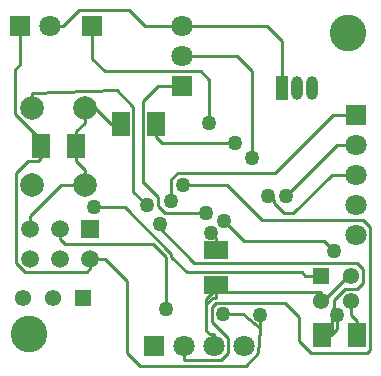
<source format=gbl>
G04 Layer_Physical_Order=2*
G04 Layer_Color=16711680*
%FSLAX24Y24*%
%MOIN*%
G70*
G01*
G75*
%ADD12R,0.0591X0.0787*%
%ADD14R,0.0787X0.0591*%
%ADD16C,0.0100*%
%ADD17R,0.0394X0.0787*%
%ADD18O,0.0394X0.0787*%
%ADD19R,0.0709X0.0709*%
%ADD20R,0.0709X0.0709*%
%ADD21C,0.0709*%
%ADD22C,0.1220*%
%ADD23C,0.0591*%
%ADD24R,0.0591X0.0591*%
%ADD25C,0.0787*%
%ADD26C,0.0543*%
%ADD27R,0.0543X0.0543*%
%ADD28C,0.0500*%
D12*
X10944Y1150D02*
D03*
X12125D02*
D03*
X4244Y8200D02*
D03*
X5425D02*
D03*
X2775Y7450D02*
D03*
X1594D02*
D03*
D14*
X7434Y2809D02*
D03*
Y3991D02*
D03*
D16*
X7196Y8220D02*
Y9660D01*
X6916Y9940D02*
X7196Y9660D01*
X3716Y9940D02*
X6916D01*
X3284Y10372D02*
X3716Y9940D01*
X3284Y10372D02*
Y11450D01*
X12125Y1150D02*
Y1620D01*
X11924Y1821D02*
X12125Y1620D01*
X11924Y1821D02*
Y2295D01*
X7656Y1840D02*
X8343D01*
X8833Y550D02*
X8906Y1350D01*
X8421Y138D02*
X8833Y550D01*
X4879Y138D02*
X8421D01*
X4468Y550D02*
X4879Y138D01*
X4468Y550D02*
Y2948D01*
X3716Y3700D02*
X4468Y2948D01*
X1594Y7050D02*
Y7450D01*
X1494Y6950D02*
X1594Y7050D01*
X1176Y6950D02*
X1494D01*
X776Y6550D02*
X1176Y6950D01*
X776Y3550D02*
Y6550D01*
Y3550D02*
X1056Y3270D01*
X3116D01*
X3234Y3388D01*
Y3700D01*
X1594Y7450D02*
Y7660D01*
X736Y8518D02*
X1594Y7660D01*
X736Y8518D02*
Y10010D01*
X884Y10158D01*
Y11450D01*
X3234Y3700D02*
X3716D01*
X4676Y5930D02*
X5116Y5490D01*
X4676Y5930D02*
Y8770D01*
X4116Y9330D02*
X4676Y8770D01*
X1298Y9213D02*
X4116Y9330D01*
X1298Y8730D02*
Y9213D01*
X1884Y11450D02*
X2316D01*
X2846Y11980D01*
X4516D01*
X5046Y11450D01*
X6284D01*
X9134D01*
X9634Y10950D01*
Y9400D02*
Y10950D01*
X7098Y1299D02*
X7216Y1182D01*
X7098Y2370D02*
X7316Y2587D01*
X10924Y2295D02*
Y2587D01*
X7350Y800D02*
Y1182D01*
X7098Y2180D02*
X7316Y2397D01*
X7434D01*
X10924Y2295D02*
X11006D01*
X11836Y3126D01*
X11924D01*
X5425Y7750D02*
Y8200D01*
Y7750D02*
X5635Y7540D01*
X8066D01*
X3070Y6170D02*
Y6660D01*
X2775Y6955D02*
X3070Y6660D01*
X2775Y6955D02*
Y7450D01*
Y7940D01*
X3070Y8235D01*
Y8730D01*
X2276Y6170D02*
X3070D01*
X1234Y5128D02*
X2276Y6170D01*
X1234Y4700D02*
Y5128D01*
X3070Y8730D02*
X3386D01*
X3915Y8200D01*
X4244D01*
X2234Y4350D02*
Y4700D01*
Y4350D02*
X2384Y4200D01*
X5316D01*
X5760Y3756D01*
Y2010D02*
Y3756D01*
X6284Y10450D02*
X8116D01*
X8626Y9940D01*
Y7060D02*
Y9940D01*
X5716Y5231D02*
X7087D01*
X5503Y5444D02*
X5716Y5231D01*
X5503Y5444D02*
Y5750D01*
X5029Y6224D02*
X5503Y5750D01*
X4996Y6224D02*
X5029D01*
X4996D02*
Y8950D01*
X5496Y9450D01*
X6284D01*
X7686Y4950D02*
X8356Y4280D01*
X11016D01*
X11356Y3940D01*
X11456Y7500D02*
X12084D01*
X9756Y5800D02*
X11456Y7500D01*
X11284Y6500D02*
X12084D01*
X10006Y5221D02*
X11284Y6500D01*
X9703Y5221D02*
X10006D01*
X9374Y5550D02*
X9703Y5221D01*
X9374Y5550D02*
Y5650D01*
X9224Y5800D02*
X9374Y5650D01*
X9146Y5800D02*
X9224D01*
X11246Y1150D02*
X11446Y1350D01*
Y1820D01*
X5556Y4711D02*
Y4850D01*
Y4711D02*
X6707Y3560D01*
X12116D01*
X12326Y3350D01*
Y2905D02*
Y3350D01*
X12116Y2695D02*
X12326Y2905D01*
X11741Y2695D02*
X12116D01*
X11376Y2330D02*
X11741Y2695D01*
X10944Y1150D02*
X11246D01*
X3356Y5410D02*
X4377D01*
X5938Y3849D01*
Y3750D02*
Y3849D01*
Y3750D02*
X6448Y3240D01*
X10292D01*
X10406Y3126D01*
X10924D01*
X5936Y5610D02*
Y6350D01*
X6156Y6570D01*
X9386D01*
X11316Y8500D01*
X12084D01*
X6350Y317D02*
Y800D01*
Y317D02*
X7600D01*
X7833Y550D01*
Y1043D01*
X7277Y1599D02*
X7833Y1043D01*
X7277Y1599D02*
Y2080D01*
X7416Y2219D01*
X9727D01*
X10196Y1750D01*
Y950D02*
Y1750D01*
Y950D02*
X10596Y550D01*
X12476D01*
X12576Y650D01*
Y4750D01*
X12326Y5000D02*
X12576Y4750D01*
X8953Y5000D02*
X12326D01*
X7783Y6170D02*
X8953Y5000D01*
X6316Y6170D02*
X7783D01*
X7246Y4570D02*
X7434Y4381D01*
Y3991D02*
Y4381D01*
X8343Y1840D02*
X8880Y1373D01*
X8906Y1350D01*
X8833Y550D02*
X8880Y1373D01*
X8906Y1830D01*
X7098Y1299D02*
Y2180D01*
Y2370D01*
X7434Y2397D02*
Y2587D01*
Y2809D01*
X11246Y1150D02*
X11321Y1834D01*
X11376Y2330D01*
X7216Y1182D02*
X7350D01*
X7316Y2587D02*
X7434D01*
X10924D01*
D17*
X9634Y9400D02*
D03*
D18*
X10134D02*
D03*
X10634D02*
D03*
D19*
X3284Y11450D02*
D03*
X12084Y8500D02*
D03*
X6284Y9450D02*
D03*
D20*
X884Y11450D02*
D03*
X5350Y800D02*
D03*
D21*
X1884Y11450D02*
D03*
X6350Y800D02*
D03*
X7350D02*
D03*
X8350D02*
D03*
X12084Y7500D02*
D03*
Y6500D02*
D03*
Y5500D02*
D03*
Y4500D02*
D03*
X6284Y10450D02*
D03*
Y11450D02*
D03*
D22*
X11811Y11220D02*
D03*
X1181Y1181D02*
D03*
D23*
X1234Y3700D02*
D03*
Y4700D02*
D03*
X2234Y3700D02*
D03*
Y4700D02*
D03*
X3234Y3700D02*
D03*
D24*
Y4700D02*
D03*
D25*
X3070Y8730D02*
D03*
Y6170D02*
D03*
X1298Y8730D02*
D03*
Y6170D02*
D03*
D26*
X11924Y3126D02*
D03*
Y2295D02*
D03*
X10924D02*
D03*
X984Y2400D02*
D03*
X1984D02*
D03*
D27*
X10924Y3126D02*
D03*
X2984Y2400D02*
D03*
D28*
X7196Y8220D02*
D03*
X7656Y1840D02*
D03*
X8906Y1830D02*
D03*
X5116Y5490D02*
D03*
X8066Y7540D02*
D03*
X5760Y2010D02*
D03*
X8626Y7060D02*
D03*
X7087Y5231D02*
D03*
X7686Y4950D02*
D03*
X11356Y3940D02*
D03*
X9756Y5800D02*
D03*
X9146D02*
D03*
X11446Y1820D02*
D03*
X5556Y4850D02*
D03*
X3356Y5410D02*
D03*
X5936Y5610D02*
D03*
X6316Y6170D02*
D03*
X7246Y4570D02*
D03*
M02*

</source>
